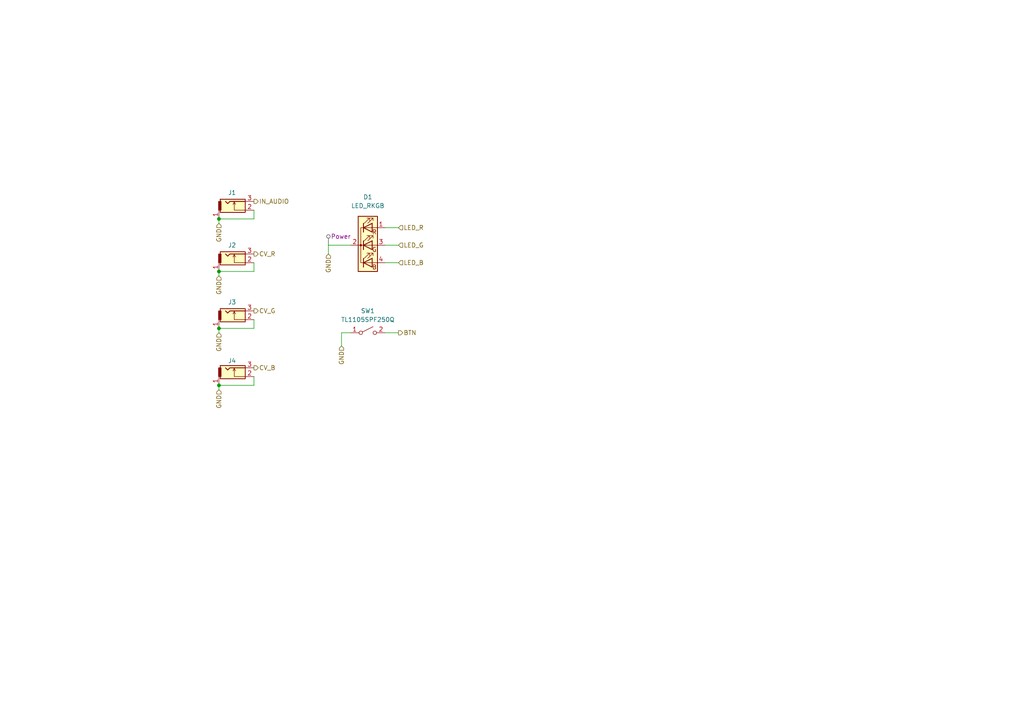
<source format=kicad_sch>
(kicad_sch (version 20250114) (generator "eeschema") (generator_version "9.0")
  (paper "A4")
  (title_block (title "Lights") (date "2025-10-13") (rev "v0.2") (company "Free Modular"))
  (lib_symbols
    (symbol "Device:LED_RKGB" (pin_names (offset 0) (hide yes))
      (property "Reference" "D" (at 0 9.398 0))
      (property "Value" "LED_RKGB" (at 0 -8.89 0))
      (symbol "LED_RKGB_0_0"
        (text "R" (at 1.905 3.81 0) (effects (font (size 1.27 1.27))))
        (text "G" (at 1.905 -1.27 0) (effects (font (size 1.27 1.27))))
        (text "B" (at 1.905 -6.35 0) (effects (font (size 1.27 1.27))))
      )
      (symbol "LED_RKGB_0_1"
        (circle (center -2.032 0) (radius 0.254) (fill (type outline)))
        (polyline (pts (xy -1.27 6.35) (xy -1.27 3.81)) (stroke (width 0.254)))
        (polyline (pts (xy -1.27 6.35) (xy -1.27 3.81) (xy -1.27 3.81)))
        (polyline (pts (xy -1.27 5.08) (xy 1.27 5.08)))
        (polyline (pts (xy -1.27 5.08) (xy -2.032 5.08) (xy -2.032 -5.08) (xy -1.016 -5.08)))
        (polyline (pts (xy -1.27 1.27) (xy -1.27 -1.27)) (stroke (width 0.254)))
        (polyline (pts (xy -1.27 1.27) (xy -1.27 -1.27) (xy -1.27 -1.27)))
        (polyline (pts (xy -1.27 0) (xy -2.54 0)))
        (polyline (pts (xy -1.27 -3.81) (xy -1.27 -6.35)) (stroke (width 0.254)))
        (polyline (pts (xy -1.27 -5.08) (xy 1.27 -5.08)))
        (polyline (pts (xy -1.016 6.35) (xy 0.508 7.874) (xy -0.254 7.874) (xy 0.508 7.874) (xy 0.508 7.112)))
        (polyline (pts (xy -1.016 1.27) (xy 0.508 2.794) (xy -0.254 2.794) (xy 0.508 2.794) (xy 0.508 2.032)))
        (polyline (pts (xy -1.016 -3.81) (xy 0.508 -2.286) (xy -0.254 -2.286) (xy 0.508 -2.286) (xy 0.508 -3.048)))
        (polyline (pts (xy 0 6.35) (xy 1.524 7.874) (xy 0.762 7.874) (xy 1.524 7.874) (xy 1.524 7.112)))
        (polyline (pts (xy 0 1.27) (xy 1.524 2.794) (xy 0.762 2.794) (xy 1.524 2.794) (xy 1.524 2.032)))
        (polyline (pts (xy 0 -3.81) (xy 1.524 -2.286) (xy 0.762 -2.286) (xy 1.524 -2.286) (xy 1.524 -3.048)))
        (polyline (pts (xy 1.27 6.35) (xy 1.27 3.81) (xy -1.27 5.08) (xy 1.27 6.35)) (stroke (width 0.254)))
        (rectangle (start 1.27 6.35) (end 1.27 6.35))
        (polyline (pts (xy 1.27 5.08) (xy 2.54 5.08)))
        (rectangle (start 1.27 3.81) (end 1.27 6.35))
        (polyline (pts (xy 1.27 1.27) (xy 1.27 -1.27) (xy -1.27 0) (xy 1.27 1.27)) (stroke (width 0.254)))
        (rectangle (start 1.27 1.27) (end 1.27 1.27))
        (polyline (pts (xy 1.27 0) (xy -1.27 0)))
        (polyline (pts (xy 1.27 0) (xy 2.54 0)))
        (rectangle (start 1.27 -1.27) (end 1.27 1.27))
        (polyline (pts (xy 1.27 -3.81) (xy 1.27 -6.35) (xy -1.27 -5.08) (xy 1.27 -3.81)) (stroke (width 0.254)))
        (polyline (pts (xy 1.27 -5.08) (xy 2.54 -5.08)))
        (rectangle (start 2.794 8.382) (end -2.794 -7.62) (stroke (width 0.254)) (fill (type background)))
      )
      (symbol "LED_RKGB_1_1"
        (pin passive line (at -5.08 0 0) (length 2.54) (name "K") (number "2"))
        (pin passive line (at 5.08 5.08 180) (length 2.54) (name "RA") (number "1"))
        (pin passive line (at 5.08 0 180) (length 2.54) (name "GA") (number "3"))
        (pin passive line (at 5.08 -5.08 180) (length 2.54) (name "BA") (number "4"))
      )
    )
    (symbol "FreeModular:THONKICONN" (pin_names (offset 1.016))
      (property "Reference" "J" (at -1.27 4.445 0))
      (symbol "THONKICONN_0_1"
        (rectangle (start -4.699 3.175) (end 2.54 -0.635) (stroke (width 0.254)) (fill (type background)))
        (rectangle (start -4.445 0) (end -5.207 2.54) (fill (type outline)))
        (polyline (pts (xy -0.635 2.413) (xy -0.254 1.651)))
        (polyline (pts (xy 2.54 2.54) (xy -1.905 2.54) (xy -2.54 1.905) (xy -3.175 2.54)) (stroke (width 0.254)))
        (polyline (pts (xy 2.54 0) (xy -0.635 0) (xy -0.635 2.413) (xy -1.016 1.651)))
      )
      (symbol "THONKICONN_1_1"
        (pin passive line (at -5.08 -2.54 90) (length 2.54) (name "~") (number "1"))
        (pin passive line (at 5.08 2.54 180) (length 2.54) (name "~") (number "3"))
        (pin passive line (at 5.08 0 180) (length 2.54) (name "~") (number "2"))
      )
    )
    (symbol "Switch:SW_SPST" (pin_names (offset 0) (hide yes))
      (property "Reference" "SW" (at 0 3.175 0))
      (property "Value" "SW_SPST" (at 0 -2.54 0))
      (symbol "SW_SPST_0_0"
        (circle (center -2.032 0) (radius 0.508))
        (polyline (pts (xy -1.524 0.254) (xy 1.524 1.778)))
        (circle (center 2.032 0) (radius 0.508))
      )
      (symbol "SW_SPST_1_1"
        (pin passive line (at -5.08 0 0) (length 2.54) (name "A") (number "1"))
        (pin passive line (at 5.08 0 180) (length 2.54) (name "B") (number "2"))
      )
    )
  )
  (junction (at 63.5 111.76))
  (junction (at 63.5 78.74))
  (junction (at 63.5 95.25))
  (junction (at 63.5 63.5))
  (wire (pts (xy 63.5 63.5) (xy 73.66 63.5)))
  (wire (pts (xy 95.25 71.12) (xy 101.6 71.12)))
  (wire (pts (xy 73.66 63.5) (xy 73.66 60.96)))
  (wire (pts (xy 63.5 80.01) (xy 63.5 78.74)))
  (wire (pts (xy 63.5 96.52) (xy 63.5 95.25)))
  (wire (pts (xy 73.66 95.25) (xy 73.66 92.71)))
  (wire (pts (xy 95.25 73.66) (xy 95.25 71.12)))
  (wire (pts (xy 63.5 78.74) (xy 73.66 78.74)))
  (wire (pts (xy 73.66 111.76) (xy 73.66 109.22)))
  (wire (pts (xy 73.66 78.74) (xy 73.66 76.2)))
  (wire (pts (xy 63.5 111.76) (xy 73.66 111.76)))
  (wire (pts (xy 63.5 64.77) (xy 63.5 63.5)))
  (wire (pts (xy 115.57 96.52) (xy 111.76 96.52)))
  (wire (pts (xy 99.06 96.52) (xy 99.06 100.33)))
  (wire (pts (xy 111.76 66.04) (xy 115.57 66.04)))
  (wire (pts (xy 99.06 96.52) (xy 101.6 96.52)))
  (wire (pts (xy 111.76 76.2) (xy 115.57 76.2)))
  (wire (pts (xy 63.5 113.03) (xy 63.5 111.76)))
  (wire (pts (xy 63.5 95.25) (xy 73.66 95.25)))
  (wire (pts (xy 111.76 71.12) (xy 115.57 71.12)))
  (hierarchical_label "GND" (shape input) (at 63.5 80.01 270))
  (hierarchical_label "GND" (shape input) (at 63.5 64.77 270))
  (hierarchical_label "CV_B" (shape output) (at 73.66 106.68 0))
  (hierarchical_label "GND" (shape input) (at 63.5 113.03 270))
  (hierarchical_label "LED_R" (shape input) (at 115.57 66.04 0))
  (hierarchical_label "LED_G" (shape input) (at 115.57 71.12 0))
  (hierarchical_label "CV_G" (shape output) (at 73.66 90.17 0))
  (hierarchical_label "LED_B" (shape input) (at 115.57 76.2 0))
  (hierarchical_label "GND" (shape input) (at 63.5 96.52 270))
  (hierarchical_label "GND" (shape input) (at 95.25 73.66 270))
  (hierarchical_label "BTN" (shape output) (at 115.57 96.52 0))
  (hierarchical_label "CV_R" (shape output) (at 73.66 73.66 0))
  (hierarchical_label "IN_AUDIO" (shape output) (at 73.66 58.42 0))
  (hierarchical_label "GND" (shape input) (at 99.06 100.33 270))
  (netclass_flag "" (length 2.54) (shape round) (at 95.25 71.12 0) (property "Netclass" "Power" (at 95.9485 68.58 0) (effects (justify left))))
  (symbol (lib_id "Switch:SW_SPST") (at 106.68 96.52 0) (unit 1)
    (property "Reference" "SW1" (at 106.68 90.17 0))
    (property "Value" "TL1105SPF250Q" (at 106.68 92.71 0))
    (property "Footprint" "Button_Switch_THT:SW_PUSH_6mm_H13mm" (effects (hide yes)))
    (property "Description" "Single Pole Single Throw (SPST) switch" (effects (hide yes)))
  )
  (symbol (lib_id "FreeModular:THONKICONN") (at 68.58 76.2 0) (unit 1)
    (property "Reference" "J2" (at 67.31 71.12 0))
    (property "Value" "THONKICONN" (effects (hide yes)))
    (property "Footprint" "FreeModular:THONKICONN" (effects (hide yes)))
    (property "Description" "2-pin audio jack receptable (mono/TS connector) with switching contact" (effects (hide yes)))
  )
  (symbol (lib_id "FreeModular:THONKICONN") (at 68.58 109.22 0) (unit 1)
    (property "Reference" "J4" (at 67.31 104.648 0))
    (property "Value" "THONKICONN" (effects (hide yes)))
    (property "Footprint" "FreeModular:THONKICONN" (effects (hide yes)))
    (property "Description" "2-pin audio jack receptable (mono/TS connector) with switching contact" (effects (hide yes)))
  )
  (symbol (lib_id "FreeModular:THONKICONN") (at 68.58 60.96 0) (unit 1)
    (property "Reference" "J1" (at 67.31 55.88 0))
    (property "Value" "THONKICONN" (effects (hide yes)))
    (property "Footprint" "FreeModular:THONKICONN" (effects (hide yes)))
    (property "Description" "2-pin audio jack receptable (mono/TS connector) with switching contact" (effects (hide yes)))
  )
  (symbol (lib_id "Device:LED_RKGB") (at 106.68 71.12 0) (unit 1)
    (property "Reference" "D1" (at 106.68 57.15 0))
    (property "Value" "LED_RKGB" (at 106.68 59.69 0))
    (property "Footprint" "LED_THT:LED_D5.0mm-4_RGB" (effects (hide yes)))
    (property "Description" "RGB LED, red/cathode/green/blue" (effects (hide yes)))
  )
  (symbol (lib_id "FreeModular:THONKICONN") (at 68.58 92.71 0) (unit 1)
    (property "Reference" "J3" (at 67.31 87.63 0))
    (property "Value" "THONKICONN" (effects (hide yes)))
    (property "Footprint" "FreeModular:THONKICONN" (effects (hide yes)))
    (property "Description" "2-pin audio jack receptable (mono/TS connector) with switching contact" (effects (hide yes)))
  )
)
</source>
